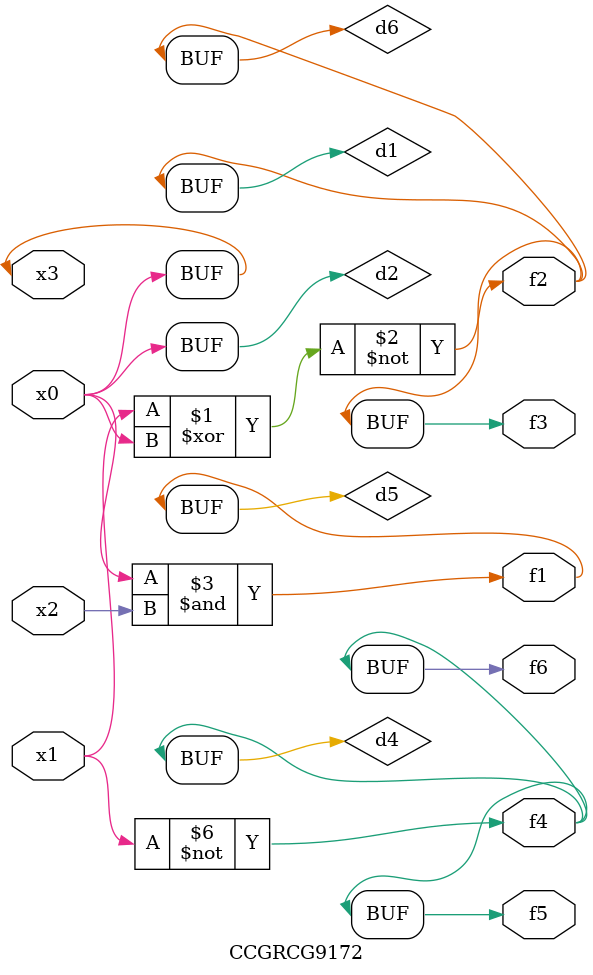
<source format=v>
module CCGRCG9172(
	input x0, x1, x2, x3,
	output f1, f2, f3, f4, f5, f6
);

	wire d1, d2, d3, d4, d5, d6;

	xnor (d1, x1, x3);
	buf (d2, x0, x3);
	nand (d3, x0, x2);
	not (d4, x1);
	nand (d5, d3);
	or (d6, d1);
	assign f1 = d5;
	assign f2 = d6;
	assign f3 = d6;
	assign f4 = d4;
	assign f5 = d4;
	assign f6 = d4;
endmodule

</source>
